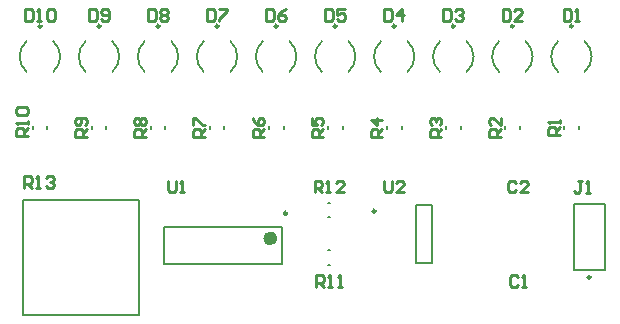
<source format=gto>
G04*
G04 #@! TF.GenerationSoftware,Altium Limited,Altium Designer,25.1.2 (22)*
G04*
G04 Layer_Color=65535*
%FSLAX44Y44*%
%MOMM*%
G71*
G04*
G04 #@! TF.SameCoordinates,AD346B73-5CDA-477C-9317-97912F4A6BFF*
G04*
G04*
G04 #@! TF.FilePolarity,Positive*
G04*
G01*
G75*
%ADD10C,0.2500*%
%ADD11C,0.2000*%
%ADD12C,0.6000*%
%ADD13C,0.2540*%
D10*
X314268Y99050D02*
G03*
X314268Y99050I-1250J0D01*
G01*
X31250Y255750D02*
G03*
X31250Y255750I-1250J0D01*
G01*
X81250D02*
G03*
X81250Y255750I-1250J0D01*
G01*
X131250D02*
G03*
X131250Y255750I-1250J0D01*
G01*
X181250D02*
G03*
X181250Y255750I-1250J0D01*
G01*
X231250D02*
G03*
X231250Y255750I-1250J0D01*
G01*
X281250D02*
G03*
X281250Y255750I-1250J0D01*
G01*
X331250D02*
G03*
X331250Y255750I-1250J0D01*
G01*
X381250D02*
G03*
X381250Y255750I-1250J0D01*
G01*
X431250D02*
G03*
X431250Y255750I-1250J0D01*
G01*
X481250D02*
G03*
X481250Y255750I-1250J0D01*
G01*
X239200Y97250D02*
G03*
X239200Y97250I-1250J0D01*
G01*
X496250Y43050D02*
G03*
X496250Y43050I-1250J0D01*
G01*
D11*
X18800Y243000D02*
G03*
X18800Y217000I11186J-13000D01*
G01*
X41200D02*
G03*
X41200Y243000I-11186J13000D01*
G01*
X68800D02*
G03*
X68800Y217000I11186J-13000D01*
G01*
X91200D02*
G03*
X91200Y243000I-11186J13000D01*
G01*
X118800D02*
G03*
X118800Y217000I11186J-13000D01*
G01*
X141200D02*
G03*
X141200Y243000I-11186J13000D01*
G01*
X168800D02*
G03*
X168800Y217000I11186J-13000D01*
G01*
X191200D02*
G03*
X191200Y243000I-11186J13000D01*
G01*
X218800D02*
G03*
X218800Y217000I11186J-13000D01*
G01*
X241200D02*
G03*
X241200Y243000I-11186J13000D01*
G01*
X268800D02*
G03*
X268800Y217000I11186J-13000D01*
G01*
X291200D02*
G03*
X291200Y243000I-11186J13000D01*
G01*
X318800D02*
G03*
X318800Y217000I11186J-13000D01*
G01*
X341200D02*
G03*
X341200Y243000I-11186J13000D01*
G01*
X368800D02*
G03*
X368800Y217000I11186J-13000D01*
G01*
X391200D02*
G03*
X391200Y243000I-11186J13000D01*
G01*
X418800D02*
G03*
X418800Y217000I11186J-13000D01*
G01*
X441200D02*
G03*
X441200Y243000I-11186J13000D01*
G01*
X468800D02*
G03*
X468800Y217000I11186J-13000D01*
G01*
X491200D02*
G03*
X491200Y243000I-11186J13000D01*
G01*
X348210Y55475D02*
Y104525D01*
Y55475D02*
X361790D01*
Y104525D01*
X348210D02*
X361790D01*
X36250Y169000D02*
Y171000D01*
X23750Y169000D02*
Y171000D01*
X86250Y169000D02*
Y171000D01*
X73750Y169000D02*
Y171000D01*
X136250Y169000D02*
Y171000D01*
X123750Y169000D02*
Y171000D01*
X186250Y169000D02*
Y171000D01*
X173750Y169000D02*
Y171000D01*
X236250Y169000D02*
Y171000D01*
X223750Y169000D02*
Y171000D01*
X286250Y169000D02*
Y171000D01*
X273750Y169000D02*
Y171000D01*
X336250Y169000D02*
Y171000D01*
X323750Y169000D02*
Y171000D01*
X386250Y169000D02*
Y171000D01*
X373750Y169000D02*
Y171000D01*
X436250Y169000D02*
Y171000D01*
X423750Y169000D02*
Y171000D01*
X486250Y169000D02*
Y171000D01*
X473750Y169000D02*
Y171000D01*
X274000Y93750D02*
X276000D01*
X274000Y106250D02*
X276000D01*
X135000Y86000D02*
X235000D01*
X135000Y54000D02*
X235000D01*
Y86000D01*
X135000Y54000D02*
Y86000D01*
X274000Y66250D02*
X276000D01*
X274000Y53750D02*
X276000D01*
X481800Y49400D02*
X508200D01*
Y105200D01*
X481800D02*
X508200D01*
X481800Y49400D02*
Y105200D01*
X113900Y11100D02*
Y108900D01*
X16100D02*
X113900D01*
X16100Y11100D02*
Y108900D01*
Y11100D02*
X113900D01*
D12*
X228000Y76000D02*
G03*
X228000Y76000I-3000J0D01*
G01*
D13*
X433334Y123332D02*
X431668Y124998D01*
X428335D01*
X426669Y123332D01*
Y116668D01*
X428335Y115002D01*
X431668D01*
X433334Y116668D01*
X443331Y115002D02*
X436666D01*
X443331Y121666D01*
Y123332D01*
X441665Y124998D01*
X438332D01*
X436666Y123332D01*
X435000Y43332D02*
X433334Y44998D01*
X430002D01*
X428335Y43332D01*
Y36668D01*
X430002Y35002D01*
X433334D01*
X435000Y36668D01*
X438332Y35002D02*
X441665D01*
X439998D01*
Y44998D01*
X438332Y43332D01*
X321669Y124998D02*
Y116668D01*
X323335Y115002D01*
X326668D01*
X328334Y116668D01*
Y124998D01*
X338331Y115002D02*
X331666D01*
X338331Y121666D01*
Y123332D01*
X336665Y124998D01*
X333332D01*
X331666Y123332D01*
X17504Y269998D02*
Y260002D01*
X22502D01*
X24169Y261668D01*
Y268332D01*
X22502Y269998D01*
X17504D01*
X27501Y260002D02*
X30833D01*
X29167D01*
Y269998D01*
X27501Y268332D01*
X35831D02*
X37498Y269998D01*
X40830D01*
X42496Y268332D01*
Y261668D01*
X40830Y260002D01*
X37498D01*
X35831Y261668D01*
Y268332D01*
X71669Y269998D02*
Y260002D01*
X76668D01*
X78334Y261668D01*
Y268332D01*
X76668Y269998D01*
X71669D01*
X81666Y261668D02*
X83332Y260002D01*
X86664D01*
X88331Y261668D01*
Y268332D01*
X86664Y269998D01*
X83332D01*
X81666Y268332D01*
Y266666D01*
X83332Y265000D01*
X88331D01*
X121669Y269998D02*
Y260002D01*
X126668D01*
X128334Y261668D01*
Y268332D01*
X126668Y269998D01*
X121669D01*
X131666Y268332D02*
X133332Y269998D01*
X136664D01*
X138331Y268332D01*
Y266666D01*
X136664Y265000D01*
X138331Y263334D01*
Y261668D01*
X136664Y260002D01*
X133332D01*
X131666Y261668D01*
Y263334D01*
X133332Y265000D01*
X131666Y266666D01*
Y268332D01*
X133332Y265000D02*
X136664D01*
X171669Y269998D02*
Y260002D01*
X176668D01*
X178334Y261668D01*
Y268332D01*
X176668Y269998D01*
X171669D01*
X181666D02*
X188331D01*
Y268332D01*
X181666Y261668D01*
Y260002D01*
X221669Y269998D02*
Y260002D01*
X226668D01*
X228334Y261668D01*
Y268332D01*
X226668Y269998D01*
X221669D01*
X238331D02*
X234998Y268332D01*
X231666Y265000D01*
Y261668D01*
X233332Y260002D01*
X236665D01*
X238331Y261668D01*
Y263334D01*
X236665Y265000D01*
X231666D01*
X271669Y269998D02*
Y260002D01*
X276668D01*
X278334Y261668D01*
Y268332D01*
X276668Y269998D01*
X271669D01*
X288331D02*
X281666D01*
Y265000D01*
X284998Y266666D01*
X286665D01*
X288331Y265000D01*
Y261668D01*
X286665Y260002D01*
X283332D01*
X281666Y261668D01*
X321669Y269998D02*
Y260002D01*
X326668D01*
X328334Y261668D01*
Y268332D01*
X326668Y269998D01*
X321669D01*
X336665Y260002D02*
Y269998D01*
X331666Y265000D01*
X338331D01*
X371669Y269998D02*
Y260002D01*
X376668D01*
X378334Y261668D01*
Y268332D01*
X376668Y269998D01*
X371669D01*
X381666Y268332D02*
X383332Y269998D01*
X386665D01*
X388331Y268332D01*
Y266666D01*
X386665Y265000D01*
X384998D01*
X386665D01*
X388331Y263334D01*
Y261668D01*
X386665Y260002D01*
X383332D01*
X381666Y261668D01*
X421669Y269998D02*
Y260002D01*
X426668D01*
X428334Y261668D01*
Y268332D01*
X426668Y269998D01*
X421669D01*
X438331Y260002D02*
X431666D01*
X438331Y266666D01*
Y268332D01*
X436665Y269998D01*
X433332D01*
X431666Y268332D01*
X473335Y269998D02*
Y260002D01*
X478334D01*
X480000Y261668D01*
Y268332D01*
X478334Y269998D01*
X473335D01*
X483332Y260002D02*
X486665D01*
X484998D01*
Y269998D01*
X483332Y268332D01*
X19998Y162504D02*
X10002D01*
Y167502D01*
X11668Y169169D01*
X15000D01*
X16666Y167502D01*
Y162504D01*
Y165836D02*
X19998Y169169D01*
Y172501D02*
Y175833D01*
Y174167D01*
X10002D01*
X11668Y172501D01*
Y180832D02*
X10002Y182498D01*
Y185830D01*
X11668Y187496D01*
X18332D01*
X19998Y185830D01*
Y182498D01*
X18332Y180832D01*
X11668D01*
X69998Y161669D02*
X60002D01*
Y166668D01*
X61668Y168334D01*
X65000D01*
X66666Y166668D01*
Y161669D01*
Y165002D02*
X69998Y168334D01*
X68332Y171666D02*
X69998Y173332D01*
Y176665D01*
X68332Y178331D01*
X61668D01*
X60002Y176665D01*
Y173332D01*
X61668Y171666D01*
X63334D01*
X65000Y173332D01*
Y178331D01*
X119998Y161669D02*
X110002D01*
Y166668D01*
X111668Y168334D01*
X115000D01*
X116666Y166668D01*
Y161669D01*
Y165002D02*
X119998Y168334D01*
X111668Y171666D02*
X110002Y173332D01*
Y176665D01*
X111668Y178331D01*
X113334D01*
X115000Y176665D01*
X116666Y178331D01*
X118332D01*
X119998Y176665D01*
Y173332D01*
X118332Y171666D01*
X116666D01*
X115000Y173332D01*
X113334Y171666D01*
X111668D01*
X115000Y173332D02*
Y176665D01*
X169998Y161669D02*
X160002D01*
Y166668D01*
X161668Y168334D01*
X165000D01*
X166666Y166668D01*
Y161669D01*
Y165002D02*
X169998Y168334D01*
X160002Y171666D02*
Y178331D01*
X161668D01*
X168332Y171666D01*
X169998D01*
X219998Y161669D02*
X210002D01*
Y166668D01*
X211668Y168334D01*
X215000D01*
X216666Y166668D01*
Y161669D01*
Y165002D02*
X219998Y168334D01*
X210002Y178331D02*
X211668Y174998D01*
X215000Y171666D01*
X218332D01*
X219998Y173332D01*
Y176665D01*
X218332Y178331D01*
X216666D01*
X215000Y176665D01*
Y171666D01*
X269998Y161669D02*
X260002D01*
Y166668D01*
X261668Y168334D01*
X265000D01*
X266666Y166668D01*
Y161669D01*
Y165002D02*
X269998Y168334D01*
X260002Y178331D02*
Y171666D01*
X265000D01*
X263334Y174998D01*
Y176665D01*
X265000Y178331D01*
X268332D01*
X269998Y176665D01*
Y173332D01*
X268332Y171666D01*
X319998Y161669D02*
X310002D01*
Y166668D01*
X311668Y168334D01*
X315000D01*
X316666Y166668D01*
Y161669D01*
Y165002D02*
X319998Y168334D01*
Y176665D02*
X310002D01*
X315000Y171666D01*
Y178331D01*
X369998Y161669D02*
X360002D01*
Y166668D01*
X361668Y168334D01*
X365000D01*
X366666Y166668D01*
Y161669D01*
Y165002D02*
X369998Y168334D01*
X361668Y171666D02*
X360002Y173332D01*
Y176665D01*
X361668Y178331D01*
X363334D01*
X365000Y176665D01*
Y174998D01*
Y176665D01*
X366666Y178331D01*
X368332D01*
X369998Y176665D01*
Y173332D01*
X368332Y171666D01*
X419998Y161669D02*
X410002D01*
Y166668D01*
X411668Y168334D01*
X415000D01*
X416666Y166668D01*
Y161669D01*
Y165002D02*
X419998Y168334D01*
Y178331D02*
Y171666D01*
X413334Y178331D01*
X411668D01*
X410002Y176665D01*
Y173332D01*
X411668Y171666D01*
X469998Y163335D02*
X460002D01*
Y168334D01*
X461668Y170000D01*
X465000D01*
X466666Y168334D01*
Y163335D01*
Y166668D02*
X469998Y170000D01*
Y173332D02*
Y176665D01*
Y174998D01*
X460002D01*
X461668Y173332D01*
X262504Y115002D02*
Y124998D01*
X267502D01*
X269168Y123332D01*
Y120000D01*
X267502Y118334D01*
X262504D01*
X265836D02*
X269168Y115002D01*
X272501D02*
X275833D01*
X274167D01*
Y124998D01*
X272501Y123332D01*
X287496Y115002D02*
X280832D01*
X287496Y121666D01*
Y123332D01*
X285830Y124998D01*
X282498D01*
X280832Y123332D01*
X138336Y124998D02*
Y116668D01*
X140002Y115002D01*
X143334D01*
X145000Y116668D01*
Y124998D01*
X148332Y115002D02*
X151664D01*
X149998D01*
Y124998D01*
X148332Y123332D01*
X264170Y35002D02*
Y44998D01*
X269169D01*
X270835Y43332D01*
Y40000D01*
X269169Y38334D01*
X264170D01*
X267502D02*
X270835Y35002D01*
X274167D02*
X277499D01*
X275833D01*
Y44998D01*
X274167Y43332D01*
X282498Y35002D02*
X285830D01*
X284164D01*
Y44998D01*
X282498Y43332D01*
X488984Y124779D02*
X485652D01*
X487318D01*
Y116448D01*
X485652Y114782D01*
X483986D01*
X482320Y116448D01*
X492317Y114782D02*
X495649D01*
X493983D01*
Y124779D01*
X492317Y123113D01*
X16738Y118592D02*
Y128589D01*
X21736D01*
X23403Y126923D01*
Y123590D01*
X21736Y121924D01*
X16738D01*
X20070D02*
X23403Y118592D01*
X26735D02*
X30067D01*
X28401D01*
Y128589D01*
X26735Y126923D01*
X35065D02*
X36732Y128589D01*
X40064D01*
X41730Y126923D01*
Y125257D01*
X40064Y123590D01*
X38398D01*
X40064D01*
X41730Y121924D01*
Y120258D01*
X40064Y118592D01*
X36732D01*
X35065Y120258D01*
M02*

</source>
